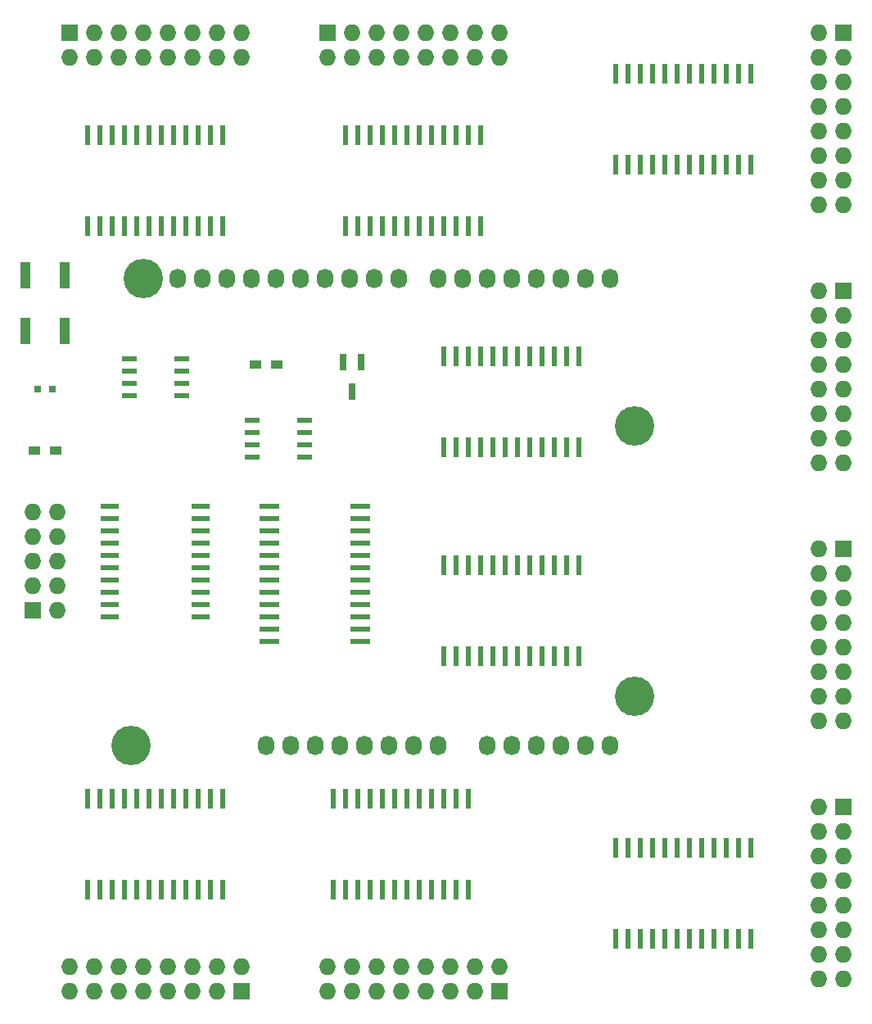
<source format=gbr>
G04 #@! TF.FileFunction,Soldermask,Top*
%FSLAX46Y46*%
G04 Gerber Fmt 4.6, Leading zero omitted, Abs format (unit mm)*
G04 Created by KiCad (PCBNEW 4.0.1-stable) date 2016-04-19 17:05:27*
%MOMM*%
G01*
G04 APERTURE LIST*
%ADD10C,0.100000*%
%ADD11O,1.727200X2.032000*%
%ADD12C,4.064000*%
%ADD13R,1.727200X1.727200*%
%ADD14O,1.727200X1.727200*%
%ADD15R,1.950000X0.600000*%
%ADD16R,1.550000X0.600000*%
%ADD17R,0.600000X2.000000*%
%ADD18R,2.000000X0.600000*%
%ADD19R,0.797560X0.797560*%
%ADD20R,0.800100X1.800860*%
%ADD21R,1.200000X0.900000*%
%ADD22R,1.000000X2.750000*%
G04 APERTURE END LIST*
D10*
D11*
X56388000Y-117475000D03*
X58928000Y-117475000D03*
X61468000Y-117475000D03*
X64008000Y-117475000D03*
X66548000Y-117475000D03*
X69088000Y-117475000D03*
X71628000Y-117475000D03*
X74168000Y-117475000D03*
X79248000Y-117475000D03*
X81788000Y-117475000D03*
X84328000Y-117475000D03*
X86868000Y-117475000D03*
X89408000Y-117475000D03*
X91948000Y-117475000D03*
X47244000Y-69215000D03*
X49784000Y-69215000D03*
X52324000Y-69215000D03*
X54864000Y-69215000D03*
X57404000Y-69215000D03*
X59944000Y-69215000D03*
X62484000Y-69215000D03*
X65024000Y-69215000D03*
X67564000Y-69215000D03*
X70104000Y-69215000D03*
X74168000Y-69215000D03*
X76708000Y-69215000D03*
X79248000Y-69215000D03*
X81788000Y-69215000D03*
X84328000Y-69215000D03*
X86868000Y-69215000D03*
X89408000Y-69215000D03*
X91948000Y-69215000D03*
D12*
X42418000Y-117475000D03*
X94488000Y-112395000D03*
X43688000Y-69215000D03*
X94488000Y-84455000D03*
D13*
X36068000Y-43815000D03*
D14*
X36068000Y-46355000D03*
X38608000Y-43815000D03*
X38608000Y-46355000D03*
X41148000Y-43815000D03*
X41148000Y-46355000D03*
X43688000Y-43815000D03*
X43688000Y-46355000D03*
X46228000Y-43815000D03*
X46228000Y-46355000D03*
X48768000Y-43815000D03*
X48768000Y-46355000D03*
X51308000Y-43815000D03*
X51308000Y-46355000D03*
X53848000Y-43815000D03*
X53848000Y-46355000D03*
D13*
X62738000Y-43815000D03*
D14*
X62738000Y-46355000D03*
X65278000Y-43815000D03*
X65278000Y-46355000D03*
X67818000Y-43815000D03*
X67818000Y-46355000D03*
X70358000Y-43815000D03*
X70358000Y-46355000D03*
X72898000Y-43815000D03*
X72898000Y-46355000D03*
X75438000Y-43815000D03*
X75438000Y-46355000D03*
X77978000Y-43815000D03*
X77978000Y-46355000D03*
X80518000Y-43815000D03*
X80518000Y-46355000D03*
D13*
X53848000Y-142875000D03*
D14*
X53848000Y-140335000D03*
X51308000Y-142875000D03*
X51308000Y-140335000D03*
X48768000Y-142875000D03*
X48768000Y-140335000D03*
X46228000Y-142875000D03*
X46228000Y-140335000D03*
X43688000Y-142875000D03*
X43688000Y-140335000D03*
X41148000Y-142875000D03*
X41148000Y-140335000D03*
X38608000Y-142875000D03*
X38608000Y-140335000D03*
X36068000Y-142875000D03*
X36068000Y-140335000D03*
D15*
X40258000Y-92710000D03*
X40258000Y-93980000D03*
X40258000Y-95250000D03*
X40258000Y-96520000D03*
X40258000Y-97790000D03*
X40258000Y-99060000D03*
X40258000Y-100330000D03*
X40258000Y-101600000D03*
X40258000Y-102870000D03*
X40258000Y-104140000D03*
X49658000Y-104140000D03*
X49658000Y-102870000D03*
X49658000Y-101600000D03*
X49658000Y-100330000D03*
X49658000Y-99060000D03*
X49658000Y-97790000D03*
X49658000Y-96520000D03*
X49658000Y-95250000D03*
X49658000Y-93980000D03*
X49658000Y-92710000D03*
D16*
X54958000Y-83820000D03*
X54958000Y-85090000D03*
X54958000Y-86360000D03*
X54958000Y-87630000D03*
X60358000Y-87630000D03*
X60358000Y-86360000D03*
X60358000Y-85090000D03*
X60358000Y-83820000D03*
D13*
X80518000Y-142875000D03*
D14*
X80518000Y-140335000D03*
X77978000Y-142875000D03*
X77978000Y-140335000D03*
X75438000Y-142875000D03*
X75438000Y-140335000D03*
X72898000Y-142875000D03*
X72898000Y-140335000D03*
X70358000Y-142875000D03*
X70358000Y-140335000D03*
X67818000Y-142875000D03*
X67818000Y-140335000D03*
X65278000Y-142875000D03*
X65278000Y-140335000D03*
X62738000Y-142875000D03*
X62738000Y-140335000D03*
D17*
X77343000Y-122935000D03*
X76073000Y-122935000D03*
X74803000Y-122935000D03*
X73533000Y-122935000D03*
X72263000Y-122935000D03*
X70993000Y-122935000D03*
X69723000Y-122935000D03*
X68453000Y-122935000D03*
X67183000Y-122935000D03*
X65913000Y-122935000D03*
X64643000Y-122935000D03*
X63373000Y-122935000D03*
X63373000Y-132335000D03*
X64643000Y-132335000D03*
X65913000Y-132335000D03*
X67183000Y-132335000D03*
X68453000Y-132335000D03*
X69723000Y-132335000D03*
X70993000Y-132335000D03*
X72263000Y-132335000D03*
X73533000Y-132335000D03*
X74803000Y-132335000D03*
X76073000Y-132335000D03*
X77343000Y-132335000D03*
D16*
X42258000Y-77470000D03*
X42258000Y-78740000D03*
X42258000Y-80010000D03*
X42258000Y-81280000D03*
X47658000Y-81280000D03*
X47658000Y-80010000D03*
X47658000Y-78740000D03*
X47658000Y-77470000D03*
D18*
X56768000Y-92710000D03*
X56768000Y-93980000D03*
X56768000Y-95250000D03*
X56768000Y-96520000D03*
X56768000Y-97790000D03*
X56768000Y-99060000D03*
X56768000Y-100330000D03*
X56768000Y-101600000D03*
X56768000Y-102870000D03*
X56768000Y-104140000D03*
X56768000Y-105410000D03*
X56768000Y-106680000D03*
X66168000Y-106680000D03*
X66168000Y-105410000D03*
X66168000Y-104140000D03*
X66168000Y-102870000D03*
X66168000Y-101600000D03*
X66168000Y-100330000D03*
X66168000Y-99060000D03*
X66168000Y-97790000D03*
X66168000Y-96520000D03*
X66168000Y-95250000D03*
X66168000Y-93980000D03*
X66168000Y-92710000D03*
D17*
X51943000Y-54355000D03*
X50673000Y-54355000D03*
X49403000Y-54355000D03*
X48133000Y-54355000D03*
X46863000Y-54355000D03*
X45593000Y-54355000D03*
X44323000Y-54355000D03*
X43053000Y-54355000D03*
X41783000Y-54355000D03*
X40513000Y-54355000D03*
X39243000Y-54355000D03*
X37973000Y-54355000D03*
X37973000Y-63755000D03*
X39243000Y-63755000D03*
X40513000Y-63755000D03*
X41783000Y-63755000D03*
X43053000Y-63755000D03*
X44323000Y-63755000D03*
X45593000Y-63755000D03*
X46863000Y-63755000D03*
X48133000Y-63755000D03*
X49403000Y-63755000D03*
X50673000Y-63755000D03*
X51943000Y-63755000D03*
X78613000Y-54355000D03*
X77343000Y-54355000D03*
X76073000Y-54355000D03*
X74803000Y-54355000D03*
X73533000Y-54355000D03*
X72263000Y-54355000D03*
X70993000Y-54355000D03*
X69723000Y-54355000D03*
X68453000Y-54355000D03*
X67183000Y-54355000D03*
X65913000Y-54355000D03*
X64643000Y-54355000D03*
X64643000Y-63755000D03*
X65913000Y-63755000D03*
X67183000Y-63755000D03*
X68453000Y-63755000D03*
X69723000Y-63755000D03*
X70993000Y-63755000D03*
X72263000Y-63755000D03*
X73533000Y-63755000D03*
X74803000Y-63755000D03*
X76073000Y-63755000D03*
X77343000Y-63755000D03*
X78613000Y-63755000D03*
X51943000Y-122935000D03*
X50673000Y-122935000D03*
X49403000Y-122935000D03*
X48133000Y-122935000D03*
X46863000Y-122935000D03*
X45593000Y-122935000D03*
X44323000Y-122935000D03*
X43053000Y-122935000D03*
X41783000Y-122935000D03*
X40513000Y-122935000D03*
X39243000Y-122935000D03*
X37973000Y-122935000D03*
X37973000Y-132335000D03*
X39243000Y-132335000D03*
X40513000Y-132335000D03*
X41783000Y-132335000D03*
X43053000Y-132335000D03*
X44323000Y-132335000D03*
X45593000Y-132335000D03*
X46863000Y-132335000D03*
X48133000Y-132335000D03*
X49403000Y-132335000D03*
X50673000Y-132335000D03*
X51943000Y-132335000D03*
D13*
X32258000Y-103505000D03*
D14*
X34798000Y-103505000D03*
X32258000Y-100965000D03*
X34798000Y-100965000D03*
X32258000Y-98425000D03*
X34798000Y-98425000D03*
X32258000Y-95885000D03*
X34798000Y-95885000D03*
X32258000Y-93345000D03*
X34798000Y-93345000D03*
D13*
X116078000Y-43815000D03*
D14*
X113538000Y-43815000D03*
X116078000Y-46355000D03*
X113538000Y-46355000D03*
X116078000Y-48895000D03*
X113538000Y-48895000D03*
X116078000Y-51435000D03*
X113538000Y-51435000D03*
X116078000Y-53975000D03*
X113538000Y-53975000D03*
X116078000Y-56515000D03*
X113538000Y-56515000D03*
X116078000Y-59055000D03*
X113538000Y-59055000D03*
X116078000Y-61595000D03*
X113538000Y-61595000D03*
D13*
X116078000Y-70485000D03*
D14*
X113538000Y-70485000D03*
X116078000Y-73025000D03*
X113538000Y-73025000D03*
X116078000Y-75565000D03*
X113538000Y-75565000D03*
X116078000Y-78105000D03*
X113538000Y-78105000D03*
X116078000Y-80645000D03*
X113538000Y-80645000D03*
X116078000Y-83185000D03*
X113538000Y-83185000D03*
X116078000Y-85725000D03*
X113538000Y-85725000D03*
X116078000Y-88265000D03*
X113538000Y-88265000D03*
D13*
X116078000Y-97155000D03*
D14*
X113538000Y-97155000D03*
X116078000Y-99695000D03*
X113538000Y-99695000D03*
X116078000Y-102235000D03*
X113538000Y-102235000D03*
X116078000Y-104775000D03*
X113538000Y-104775000D03*
X116078000Y-107315000D03*
X113538000Y-107315000D03*
X116078000Y-109855000D03*
X113538000Y-109855000D03*
X116078000Y-112395000D03*
X113538000Y-112395000D03*
X116078000Y-114935000D03*
X113538000Y-114935000D03*
D13*
X116078000Y-123825000D03*
D14*
X113538000Y-123825000D03*
X116078000Y-126365000D03*
X113538000Y-126365000D03*
X116078000Y-128905000D03*
X113538000Y-128905000D03*
X116078000Y-131445000D03*
X113538000Y-131445000D03*
X116078000Y-133985000D03*
X113538000Y-133985000D03*
X116078000Y-136525000D03*
X113538000Y-136525000D03*
X116078000Y-139065000D03*
X113538000Y-139065000D03*
X116078000Y-141605000D03*
X113538000Y-141605000D03*
D17*
X106553000Y-48005000D03*
X105283000Y-48005000D03*
X104013000Y-48005000D03*
X102743000Y-48005000D03*
X101473000Y-48005000D03*
X100203000Y-48005000D03*
X98933000Y-48005000D03*
X97663000Y-48005000D03*
X96393000Y-48005000D03*
X95123000Y-48005000D03*
X93853000Y-48005000D03*
X92583000Y-48005000D03*
X92583000Y-57405000D03*
X93853000Y-57405000D03*
X95123000Y-57405000D03*
X96393000Y-57405000D03*
X97663000Y-57405000D03*
X98933000Y-57405000D03*
X100203000Y-57405000D03*
X101473000Y-57405000D03*
X102743000Y-57405000D03*
X104013000Y-57405000D03*
X105283000Y-57405000D03*
X106553000Y-57405000D03*
X88773000Y-77215000D03*
X87503000Y-77215000D03*
X86233000Y-77215000D03*
X84963000Y-77215000D03*
X83693000Y-77215000D03*
X82423000Y-77215000D03*
X81153000Y-77215000D03*
X79883000Y-77215000D03*
X78613000Y-77215000D03*
X77343000Y-77215000D03*
X76073000Y-77215000D03*
X74803000Y-77215000D03*
X74803000Y-86615000D03*
X76073000Y-86615000D03*
X77343000Y-86615000D03*
X78613000Y-86615000D03*
X79883000Y-86615000D03*
X81153000Y-86615000D03*
X82423000Y-86615000D03*
X83693000Y-86615000D03*
X84963000Y-86615000D03*
X86233000Y-86615000D03*
X87503000Y-86615000D03*
X88773000Y-86615000D03*
X88773000Y-98805000D03*
X87503000Y-98805000D03*
X86233000Y-98805000D03*
X84963000Y-98805000D03*
X83693000Y-98805000D03*
X82423000Y-98805000D03*
X81153000Y-98805000D03*
X79883000Y-98805000D03*
X78613000Y-98805000D03*
X77343000Y-98805000D03*
X76073000Y-98805000D03*
X74803000Y-98805000D03*
X74803000Y-108205000D03*
X76073000Y-108205000D03*
X77343000Y-108205000D03*
X78613000Y-108205000D03*
X79883000Y-108205000D03*
X81153000Y-108205000D03*
X82423000Y-108205000D03*
X83693000Y-108205000D03*
X84963000Y-108205000D03*
X86233000Y-108205000D03*
X87503000Y-108205000D03*
X88773000Y-108205000D03*
X106553000Y-128015000D03*
X105283000Y-128015000D03*
X104013000Y-128015000D03*
X102743000Y-128015000D03*
X101473000Y-128015000D03*
X100203000Y-128015000D03*
X98933000Y-128015000D03*
X97663000Y-128015000D03*
X96393000Y-128015000D03*
X95123000Y-128015000D03*
X93853000Y-128015000D03*
X92583000Y-128015000D03*
X92583000Y-137415000D03*
X93853000Y-137415000D03*
X95123000Y-137415000D03*
X96393000Y-137415000D03*
X97663000Y-137415000D03*
X98933000Y-137415000D03*
X100203000Y-137415000D03*
X101473000Y-137415000D03*
X102743000Y-137415000D03*
X104013000Y-137415000D03*
X105283000Y-137415000D03*
X106553000Y-137415000D03*
D19*
X34277300Y-80645000D03*
X32778700Y-80645000D03*
D20*
X66228000Y-77873860D03*
X64328000Y-77873860D03*
X65278000Y-80876140D03*
D21*
X32428000Y-86995000D03*
X34628000Y-86995000D03*
X55288000Y-78105000D03*
X57488000Y-78105000D03*
D22*
X31528000Y-68880000D03*
X31528000Y-74630000D03*
X35528000Y-74630000D03*
X35528000Y-68880000D03*
M02*

</source>
